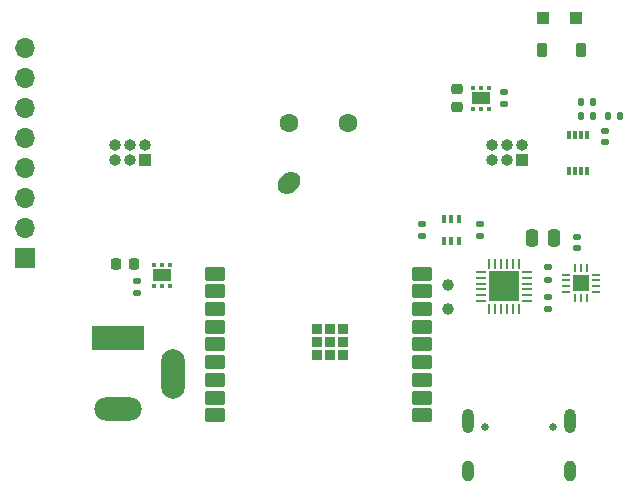
<source format=gbr>
%TF.GenerationSoftware,KiCad,Pcbnew,7.0.7*%
%TF.CreationDate,2024-03-07T18:56:00-05:00*%
%TF.ProjectId,ESP32Sensor-Sensor_board,45535033-3253-4656-9e73-6f722d53656e,rev?*%
%TF.SameCoordinates,Original*%
%TF.FileFunction,Soldermask,Bot*%
%TF.FilePolarity,Negative*%
%FSLAX46Y46*%
G04 Gerber Fmt 4.6, Leading zero omitted, Abs format (unit mm)*
G04 Created by KiCad (PCBNEW 7.0.7) date 2024-03-07 18:56:00*
%MOMM*%
%LPD*%
G01*
G04 APERTURE LIST*
G04 Aperture macros list*
%AMRoundRect*
0 Rectangle with rounded corners*
0 $1 Rounding radius*
0 $2 $3 $4 $5 $6 $7 $8 $9 X,Y pos of 4 corners*
0 Add a 4 corners polygon primitive as box body*
4,1,4,$2,$3,$4,$5,$6,$7,$8,$9,$2,$3,0*
0 Add four circle primitives for the rounded corners*
1,1,$1+$1,$2,$3*
1,1,$1+$1,$4,$5*
1,1,$1+$1,$6,$7*
1,1,$1+$1,$8,$9*
0 Add four rect primitives between the rounded corners*
20,1,$1+$1,$2,$3,$4,$5,0*
20,1,$1+$1,$4,$5,$6,$7,0*
20,1,$1+$1,$6,$7,$8,$9,0*
20,1,$1+$1,$8,$9,$2,$3,0*%
%AMHorizOval*
0 Thick line with rounded ends*
0 $1 width*
0 $2 $3 position (X,Y) of the first rounded end (center of the circle)*
0 $4 $5 position (X,Y) of the second rounded end (center of the circle)*
0 Add line between two ends*
20,1,$1,$2,$3,$4,$5,0*
0 Add two circle primitives to create the rounded ends*
1,1,$1,$2,$3*
1,1,$1,$4,$5*%
G04 Aperture macros list end*
%ADD10C,0.650000*%
%ADD11O,1.000000X2.100000*%
%ADD12O,1.000000X1.800000*%
%ADD13HorizOval,1.600000X0.176777X0.176777X-0.176777X-0.176777X0*%
%ADD14HorizOval,1.600000X0.000000X0.000000X0.000000X0.000000X0*%
%ADD15R,1.700000X1.700000*%
%ADD16O,1.700000X1.700000*%
%ADD17O,2.000000X4.200000*%
%ADD18O,4.000000X2.000000*%
%ADD19R,4.500000X2.000000*%
%ADD20RoundRect,0.250000X-0.250000X-0.475000X0.250000X-0.475000X0.250000X0.475000X-0.250000X0.475000X0*%
%ADD21RoundRect,0.250000X0.300000X0.300000X-0.300000X0.300000X-0.300000X-0.300000X0.300000X-0.300000X0*%
%ADD22RoundRect,0.135000X0.185000X-0.135000X0.185000X0.135000X-0.185000X0.135000X-0.185000X-0.135000X0*%
%ADD23R,0.400000X0.650000*%
%ADD24RoundRect,0.135000X-0.135000X-0.185000X0.135000X-0.185000X0.135000X0.185000X-0.135000X0.185000X0*%
%ADD25RoundRect,0.093750X-0.106250X0.093750X-0.106250X-0.093750X0.106250X-0.093750X0.106250X0.093750X0*%
%ADD26R,1.600000X1.000000*%
%ADD27RoundRect,0.135000X-0.185000X0.135000X-0.185000X-0.135000X0.185000X-0.135000X0.185000X0.135000X0*%
%ADD28C,1.000000*%
%ADD29RoundRect,0.135000X0.135000X0.185000X-0.135000X0.185000X-0.135000X-0.185000X0.135000X-0.185000X0*%
%ADD30RoundRect,0.140000X0.170000X-0.140000X0.170000X0.140000X-0.170000X0.140000X-0.170000X-0.140000X0*%
%ADD31RoundRect,0.062500X-0.062500X0.275000X-0.062500X-0.275000X0.062500X-0.275000X0.062500X0.275000X0*%
%ADD32RoundRect,0.062500X-0.275000X0.062500X-0.275000X-0.062500X0.275000X-0.062500X0.275000X0.062500X0*%
%ADD33R,1.450000X1.450000*%
%ADD34RoundRect,0.225000X0.225000X0.375000X-0.225000X0.375000X-0.225000X-0.375000X0.225000X-0.375000X0*%
%ADD35R,0.300000X0.800000*%
%ADD36RoundRect,0.225000X-0.250000X0.225000X-0.250000X-0.225000X0.250000X-0.225000X0.250000X0.225000X0*%
%ADD37RoundRect,0.140000X-0.170000X0.140000X-0.170000X-0.140000X0.170000X-0.140000X0.170000X0.140000X0*%
%ADD38RoundRect,0.102000X-0.750000X-0.450000X0.750000X-0.450000X0.750000X0.450000X-0.750000X0.450000X0*%
%ADD39RoundRect,0.102000X-0.350000X-0.350000X0.350000X-0.350000X0.350000X0.350000X-0.350000X0.350000X0*%
%ADD40R,1.000000X1.000000*%
%ADD41O,1.000000X1.000000*%
%ADD42RoundRect,0.062500X-0.062500X0.350000X-0.062500X-0.350000X0.062500X-0.350000X0.062500X0.350000X0*%
%ADD43RoundRect,0.062500X-0.350000X0.062500X-0.350000X-0.062500X0.350000X-0.062500X0.350000X0.062500X0*%
%ADD44R,2.600000X2.600000*%
%ADD45RoundRect,0.225000X0.225000X0.250000X-0.225000X0.250000X-0.225000X-0.250000X0.225000X-0.250000X0*%
G04 APERTURE END LIST*
D10*
%TO.C,J3*%
X14110000Y-23210000D03*
X19890000Y-23210000D03*
D11*
X12680000Y-22710000D03*
D12*
X12680000Y-26890000D03*
X21320000Y-26890000D03*
D11*
X21320000Y-22710000D03*
%TD*%
D13*
%TO.C,PD1*%
X-2517300Y-2503158D03*
D14*
X-2517300Y2517300D03*
X2503158Y2517300D03*
%TD*%
D15*
%TO.C,J6*%
X-24825000Y-8875000D03*
D16*
X-24825000Y-6335000D03*
X-24825000Y-3795000D03*
X-24825000Y-1255000D03*
X-24825000Y1285000D03*
X-24825000Y3825000D03*
X-24825000Y6365000D03*
X-24825000Y8905000D03*
%TD*%
D17*
%TO.C,J1*%
X-12300000Y-18700000D03*
D18*
X-17000000Y-21700000D03*
D19*
X-17000000Y-15700000D03*
%TD*%
D20*
%TO.C,C1*%
X18050000Y-7200000D03*
X19950000Y-7200000D03*
%TD*%
D21*
%TO.C,CR2*%
X21800000Y11400000D03*
X19000000Y11400000D03*
%TD*%
D22*
%TO.C,R1*%
X19400000Y-10710000D03*
X19400000Y-9690000D03*
%TD*%
D23*
%TO.C,U10*%
X11900000Y-7450000D03*
X11250000Y-7450000D03*
X10600000Y-7450000D03*
X10600000Y-5550000D03*
X11250000Y-5550000D03*
X11900000Y-5550000D03*
%TD*%
D24*
%TO.C,R21*%
X22240000Y4350000D03*
X23260000Y4350000D03*
%TD*%
D25*
%TO.C,U14*%
X-13900000Y-9468750D03*
X-13250000Y-9468750D03*
X-12600000Y-9468750D03*
X-12600000Y-11243750D03*
X-13250000Y-11243750D03*
X-13900000Y-11243750D03*
D26*
X-13250000Y-10356250D03*
%TD*%
D27*
%TO.C,R18*%
X8800000Y-5990000D03*
X8800000Y-7010000D03*
%TD*%
D28*
%TO.C,TP1*%
X11000000Y-11200000D03*
%TD*%
%TO.C,TP2*%
X11000000Y-13200000D03*
%TD*%
D25*
%TO.C,U11*%
X13100000Y5537500D03*
X13750000Y5537500D03*
X14400000Y5537500D03*
X14400000Y3762500D03*
X13750000Y3762500D03*
X13100000Y3762500D03*
D26*
X13750000Y4650000D03*
%TD*%
D29*
%TO.C,R17*%
X25510000Y3100000D03*
X24490000Y3100000D03*
%TD*%
D30*
%TO.C,C29*%
X-15400000Y-11830000D03*
X-15400000Y-10870000D03*
%TD*%
D31*
%TO.C,U8*%
X21760000Y-9775000D03*
X22260000Y-9775000D03*
X22760000Y-9775000D03*
D32*
X23522500Y-10287500D03*
X23522500Y-10787500D03*
X23522500Y-11287500D03*
X23522500Y-11787500D03*
D31*
X22760000Y-12300000D03*
X22260000Y-12300000D03*
X21760000Y-12300000D03*
D32*
X20997500Y-11787500D03*
X20997500Y-11287500D03*
X20997500Y-10787500D03*
X20997500Y-10287500D03*
D33*
X22260000Y-11037500D03*
%TD*%
D34*
%TO.C,CR3*%
X22250000Y8700000D03*
X18950000Y8700000D03*
%TD*%
D35*
%TO.C,U12*%
X22750000Y-1550000D03*
X22250000Y-1550000D03*
X21750000Y-1550000D03*
X21250000Y-1550000D03*
X21250000Y1550000D03*
X21750000Y1550000D03*
X22250000Y1550000D03*
X22750000Y1550000D03*
%TD*%
D36*
%TO.C,C25*%
X11750000Y5425000D03*
X11750000Y3875000D03*
%TD*%
D37*
%TO.C,C20*%
X21900000Y-7120000D03*
X21900000Y-8080000D03*
%TD*%
D27*
%TO.C,R19*%
X13700000Y-5990000D03*
X13700000Y-7010000D03*
%TD*%
D38*
%TO.C,U9*%
X-8750000Y-22200000D03*
X-8750000Y-20700000D03*
X-8750000Y-19200000D03*
X-8750000Y-17700000D03*
X-8750000Y-16200000D03*
X-8750000Y-14700000D03*
X-8750000Y-13200000D03*
X-8750000Y-11700000D03*
X-8750000Y-10200000D03*
X8750000Y-10200000D03*
X8750000Y-11700000D03*
X8750000Y-13200000D03*
X8750000Y-14700000D03*
X8750000Y-16200000D03*
X8750000Y-17700000D03*
X8750000Y-19200000D03*
X8750000Y-20700000D03*
X8750000Y-22200000D03*
D39*
X-140000Y-17100000D03*
X960000Y-17100000D03*
X2060000Y-17100000D03*
X-140000Y-16000000D03*
X960000Y-16000000D03*
X2060000Y-16000000D03*
X-140000Y-14900000D03*
X960000Y-14900000D03*
X2060000Y-14900000D03*
%TD*%
D40*
%TO.C,J4*%
X17275000Y-625000D03*
D41*
X17275000Y645000D03*
X16005000Y-625000D03*
X16005000Y645000D03*
X14735000Y-625000D03*
X14735000Y645000D03*
%TD*%
D37*
%TO.C,C21*%
X24250000Y1880000D03*
X24250000Y920000D03*
%TD*%
D30*
%TO.C,C24*%
X15700000Y4170000D03*
X15700000Y5130000D03*
%TD*%
D40*
%TO.C,J7*%
X-14725000Y-625000D03*
D41*
X-14725000Y645000D03*
X-15995000Y-625000D03*
X-15995000Y645000D03*
X-17265000Y-625000D03*
X-17265000Y645000D03*
%TD*%
D37*
%TO.C,C19*%
X19400000Y-12220000D03*
X19400000Y-13180000D03*
%TD*%
D42*
%TO.C,U15*%
X14450000Y-9362500D03*
X14950000Y-9362500D03*
X15450000Y-9362500D03*
X15950000Y-9362500D03*
X16450000Y-9362500D03*
X16950000Y-9362500D03*
D43*
X17637500Y-10050000D03*
X17637500Y-10550000D03*
X17637500Y-11050000D03*
X17637500Y-11550000D03*
X17637500Y-12050000D03*
X17637500Y-12550000D03*
D42*
X16950000Y-13237500D03*
X16450000Y-13237500D03*
X15950000Y-13237500D03*
X15450000Y-13237500D03*
X14950000Y-13237500D03*
X14450000Y-13237500D03*
D43*
X13762500Y-12550000D03*
X13762500Y-12050000D03*
X13762500Y-11550000D03*
X13762500Y-11050000D03*
X13762500Y-10550000D03*
X13762500Y-10050000D03*
D44*
X15700000Y-11300000D03*
%TD*%
D24*
%TO.C,R20*%
X22240000Y3100000D03*
X23260000Y3100000D03*
%TD*%
D45*
%TO.C,C30*%
X-15625000Y-9400000D03*
X-17175000Y-9400000D03*
%TD*%
M02*

</source>
